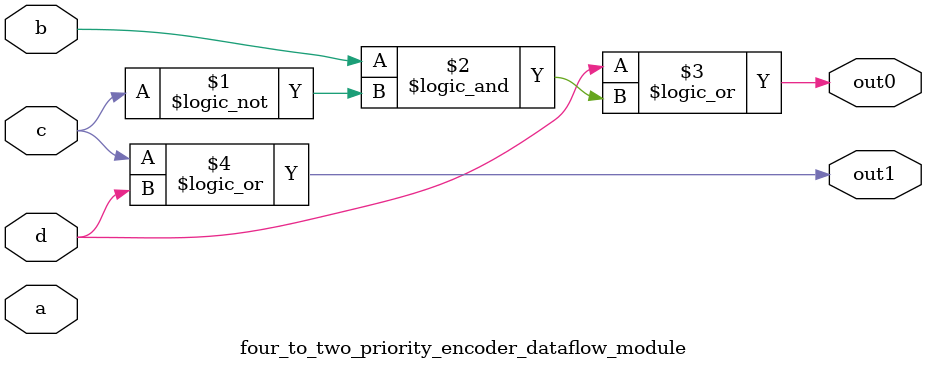
<source format=v>

module four_to_two_priority_encoder_dataflow_module (a, b, c, d, out0, out1);
	input a, b, c, d;

	output out0, out1;

	assign out0 = d || (b && !c);
	assign out1 = c || d;

endmodule



</source>
